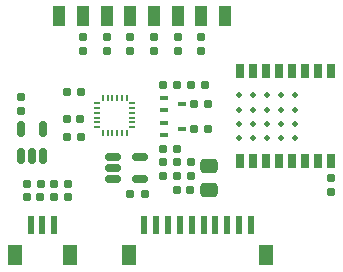
<source format=gbr>
%TF.GenerationSoftware,KiCad,Pcbnew,8.0.1*%
%TF.CreationDate,2024-07-01T16:13:11-04:00*%
%TF.ProjectId,V1,56312e6b-6963-4616-945f-706362585858,rev?*%
%TF.SameCoordinates,Original*%
%TF.FileFunction,Paste,Top*%
%TF.FilePolarity,Positive*%
%FSLAX46Y46*%
G04 Gerber Fmt 4.6, Leading zero omitted, Abs format (unit mm)*
G04 Created by KiCad (PCBNEW 8.0.1) date 2024-07-01 16:13:11*
%MOMM*%
%LPD*%
G01*
G04 APERTURE LIST*
G04 Aperture macros list*
%AMRoundRect*
0 Rectangle with rounded corners*
0 $1 Rounding radius*
0 $2 $3 $4 $5 $6 $7 $8 $9 X,Y pos of 4 corners*
0 Add a 4 corners polygon primitive as box body*
4,1,4,$2,$3,$4,$5,$6,$7,$8,$9,$2,$3,0*
0 Add four circle primitives for the rounded corners*
1,1,$1+$1,$2,$3*
1,1,$1+$1,$4,$5*
1,1,$1+$1,$6,$7*
1,1,$1+$1,$8,$9*
0 Add four rect primitives between the rounded corners*
20,1,$1+$1,$2,$3,$4,$5,0*
20,1,$1+$1,$4,$5,$6,$7,0*
20,1,$1+$1,$6,$7,$8,$9,0*
20,1,$1+$1,$8,$9,$2,$3,0*%
G04 Aperture macros list end*
%ADD10RoundRect,0.155000X-0.212500X-0.155000X0.212500X-0.155000X0.212500X0.155000X-0.212500X0.155000X0*%
%ADD11RoundRect,0.155000X-0.155000X0.212500X-0.155000X-0.212500X0.155000X-0.212500X0.155000X0.212500X0*%
%ADD12RoundRect,0.050000X-0.050000X0.225000X-0.050000X-0.225000X0.050000X-0.225000X0.050000X0.225000X0*%
%ADD13RoundRect,0.050000X-0.225000X-0.050000X0.225000X-0.050000X0.225000X0.050000X-0.225000X0.050000X0*%
%ADD14RoundRect,0.160000X-0.197500X-0.160000X0.197500X-0.160000X0.197500X0.160000X-0.197500X0.160000X0*%
%ADD15R,0.600000X1.550000*%
%ADD16R,1.200000X1.800000*%
%ADD17RoundRect,0.150000X0.150000X-0.512500X0.150000X0.512500X-0.150000X0.512500X-0.150000X-0.512500X0*%
%ADD18RoundRect,0.150000X-0.512500X-0.150000X0.512500X-0.150000X0.512500X0.150000X-0.512500X0.150000X0*%
%ADD19R,0.700000X0.460000*%
%ADD20RoundRect,0.160000X0.160000X-0.197500X0.160000X0.197500X-0.160000X0.197500X-0.160000X-0.197500X0*%
%ADD21RoundRect,0.250000X0.475000X-0.337500X0.475000X0.337500X-0.475000X0.337500X-0.475000X-0.337500X0*%
%ADD22RoundRect,0.155000X0.212500X0.155000X-0.212500X0.155000X-0.212500X-0.155000X0.212500X-0.155000X0*%
%ADD23RoundRect,0.155000X0.155000X-0.212500X0.155000X0.212500X-0.155000X0.212500X-0.155000X-0.212500X0*%
%ADD24R,1.000000X1.700000*%
%ADD25RoundRect,0.160000X0.197500X0.160000X-0.197500X0.160000X-0.197500X-0.160000X0.197500X-0.160000X0*%
%ADD26R,0.690000X1.190000*%
%ADD27C,0.500000*%
G04 APERTURE END LIST*
D10*
%TO.C,C4*%
X165246000Y-116120121D03*
X166381000Y-116120121D03*
%TD*%
D11*
%TO.C,C5*%
X164106000Y-113757621D03*
X164106000Y-114892621D03*
%TD*%
D12*
%TO.C,U2*%
X160993500Y-108260121D03*
X160593500Y-108260121D03*
X160193500Y-108260121D03*
X159793500Y-108260121D03*
X159393500Y-108260121D03*
X158993500Y-108260121D03*
D13*
X158493500Y-108760121D03*
X158493500Y-109160121D03*
X158493500Y-109560121D03*
X158493500Y-109960121D03*
X158493500Y-110360121D03*
X158493500Y-110760121D03*
D12*
X158993500Y-111260121D03*
X159393500Y-111260121D03*
X159793500Y-111260121D03*
X160193500Y-111260121D03*
X160593500Y-111260121D03*
X160993500Y-111260121D03*
D13*
X161493500Y-110760121D03*
X161493500Y-110360121D03*
X161493500Y-109960121D03*
X161493500Y-109560121D03*
X161493500Y-109160121D03*
X161493500Y-108760121D03*
%TD*%
D14*
%TO.C,R3*%
X155928500Y-111570121D03*
X157123500Y-111570121D03*
%TD*%
%TO.C,R1*%
X166728500Y-108775121D03*
X167923500Y-108775121D03*
%TD*%
D15*
%TO.C,J1*%
X152870000Y-119053621D03*
X153870000Y-119053621D03*
X154870000Y-119053621D03*
D16*
X151570000Y-121578621D03*
X156170000Y-121578621D03*
%TD*%
D14*
%TO.C,R7*%
X161326000Y-116463621D03*
X162521000Y-116463621D03*
%TD*%
D17*
%TO.C,U4*%
X152050000Y-113166121D03*
X153000000Y-113166121D03*
X153950000Y-113166121D03*
X153950000Y-110891121D03*
X152050000Y-110891121D03*
%TD*%
D18*
%TO.C,U3*%
X159836000Y-113268621D03*
X159836000Y-114218621D03*
X159836000Y-115168621D03*
X162111000Y-115168621D03*
X162111000Y-113268621D03*
%TD*%
D19*
%TO.C,Q1*%
X164170500Y-110425121D03*
X164170500Y-111425121D03*
X165720500Y-110925121D03*
%TD*%
%TO.C,Q2*%
X164170500Y-108275121D03*
X164170500Y-109275121D03*
X165695500Y-108775121D03*
%TD*%
D14*
%TO.C,R11*%
X166416000Y-107175121D03*
X167611000Y-107175121D03*
%TD*%
D20*
%TO.C,R13*%
X163310000Y-104296121D03*
X163310000Y-103101121D03*
%TD*%
%TO.C,R14*%
X161310000Y-104296121D03*
X161310000Y-103101121D03*
%TD*%
D21*
%TO.C,Y1*%
X167963500Y-116087621D03*
X167963500Y-114012621D03*
%TD*%
D15*
%TO.C,J2*%
X162510000Y-119053621D03*
X163510000Y-119053621D03*
X164510000Y-119053621D03*
X165510000Y-119053621D03*
X166510000Y-119053621D03*
X167510000Y-119053621D03*
X168510000Y-119053621D03*
X169510000Y-119053621D03*
X170510000Y-119053621D03*
X171510000Y-119053621D03*
D16*
X161210000Y-121578621D03*
X172810000Y-121578621D03*
%TD*%
D20*
%TO.C,R8*%
X165301000Y-114906121D03*
X165301000Y-113711121D03*
%TD*%
D10*
%TO.C,C9*%
X152562500Y-116638621D03*
X153697500Y-116638621D03*
%TD*%
D11*
%TO.C,C2*%
X166442500Y-113741121D03*
X166442500Y-114876121D03*
%TD*%
D14*
%TO.C,R2*%
X166728500Y-110925121D03*
X167923500Y-110925121D03*
%TD*%
D20*
%TO.C,R12*%
X165310000Y-104296121D03*
X165310000Y-103101121D03*
%TD*%
%TO.C,R15*%
X159310000Y-104296121D03*
X159310000Y-103101121D03*
%TD*%
D14*
%TO.C,R5*%
X164106000Y-112585121D03*
X165301000Y-112585121D03*
%TD*%
%TO.C,R9*%
X154840000Y-115568621D03*
X156035000Y-115568621D03*
%TD*%
D22*
%TO.C,C10*%
X156005000Y-116638621D03*
X154870000Y-116638621D03*
%TD*%
D23*
%TO.C,C6*%
X152050000Y-109386121D03*
X152050000Y-108251121D03*
%TD*%
D24*
%TO.C,J3*%
X155310000Y-101348621D03*
X157310000Y-101348621D03*
X159310000Y-101348621D03*
X161310000Y-101348621D03*
X163310000Y-101348621D03*
X165310000Y-101348621D03*
X167310000Y-101348621D03*
X169310000Y-101348621D03*
%TD*%
D25*
%TO.C,R4*%
X153727500Y-115568621D03*
X152532500Y-115568621D03*
%TD*%
D11*
%TO.C,C8*%
X178310000Y-115081121D03*
X178310000Y-116216121D03*
%TD*%
D20*
%TO.C,R10*%
X167310000Y-104296121D03*
X167310000Y-103101121D03*
%TD*%
D26*
%TO.C,U1*%
X178282500Y-106005121D03*
X177182500Y-106005121D03*
X176082500Y-106005121D03*
X174982500Y-106005121D03*
X173882500Y-106005121D03*
X172782500Y-106005121D03*
X171682500Y-106005121D03*
X170582500Y-106005121D03*
X170582500Y-113645121D03*
X171682500Y-113645121D03*
X172782500Y-113645121D03*
X173882500Y-113645121D03*
X174982500Y-113645121D03*
X176082500Y-113645121D03*
X177182500Y-113645121D03*
X178282500Y-113645121D03*
D27*
X175283500Y-108075121D03*
X174083500Y-108075121D03*
X172883500Y-108075121D03*
X171683500Y-108075121D03*
X170483500Y-108075121D03*
X175283500Y-109275121D03*
X174083500Y-109275121D03*
X172883500Y-109275121D03*
X171683500Y-109275121D03*
X170483500Y-109275121D03*
X175283500Y-110475121D03*
X174083500Y-110475121D03*
X172883500Y-110475121D03*
X171683500Y-110475121D03*
X170483500Y-110475121D03*
X175283500Y-111675121D03*
X174083500Y-111675121D03*
X172883500Y-111675121D03*
X171683500Y-111675121D03*
X170483500Y-111675121D03*
%TD*%
D14*
%TO.C,R6*%
X164107500Y-107175121D03*
X165302500Y-107175121D03*
%TD*%
D22*
%TO.C,C1*%
X157093500Y-110090121D03*
X155958500Y-110090121D03*
%TD*%
%TO.C,C3*%
X157117500Y-107798621D03*
X155982500Y-107798621D03*
%TD*%
D20*
%TO.C,R16*%
X157310000Y-104296121D03*
X157310000Y-103101121D03*
%TD*%
M02*

</source>
